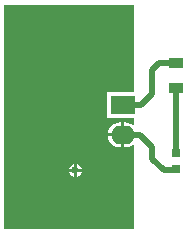
<source format=gbl>
G04*
G04 #@! TF.GenerationSoftware,Altium Limited,Altium Designer,23.2.1 (34)*
G04*
G04 Layer_Physical_Order=2*
G04 Layer_Color=16711680*
%FSLAX44Y44*%
%MOMM*%
G71*
G04*
G04 #@! TF.SameCoordinates,24DDFF3C-4E40-4798-BE0C-4FAAD596E1F0*
G04*
G04*
G04 #@! TF.FilePolarity,Positive*
G04*
G01*
G75*
%ADD13R,0.7000X0.7000*%
%ADD14R,1.2000X0.9000*%
%ADD19C,0.5000*%
%ADD20O,2.0000X1.6000*%
%ADD21R,2.0000X1.6000*%
%ADD22C,0.6000*%
G36*
X115000Y121400D02*
X92000D01*
Y99400D01*
X115000D01*
Y93748D01*
X113730Y93121D01*
X112316Y94207D01*
X109752Y95269D01*
X107000Y95631D01*
X106270D01*
Y85000D01*
Y74369D01*
X107000D01*
X109752Y74731D01*
X112316Y75793D01*
X113730Y76879D01*
X115000Y76252D01*
Y5000D01*
X5000D01*
Y195000D01*
X115000D01*
Y121400D01*
D02*
G37*
%LPC*%
G36*
X103730Y95631D02*
X103000D01*
X100248Y95269D01*
X97684Y94207D01*
X95483Y92517D01*
X93793Y90316D01*
X92731Y87752D01*
X92536Y86270D01*
X103730D01*
Y95631D01*
D02*
G37*
G36*
Y83730D02*
X92536D01*
X92731Y82248D01*
X93793Y79685D01*
X95483Y77483D01*
X97684Y75793D01*
X100248Y74731D01*
X103000Y74369D01*
X103730D01*
Y83730D01*
D02*
G37*
G36*
X66270Y60470D02*
Y56270D01*
X70470D01*
X69697Y58138D01*
X68138Y59697D01*
X66270Y60470D01*
D02*
G37*
G36*
X63730D02*
X61862Y59697D01*
X60303Y58138D01*
X59530Y56270D01*
X63730D01*
Y60470D01*
D02*
G37*
G36*
X70470Y53730D02*
X66270D01*
Y49530D01*
X68138Y50303D01*
X69697Y51862D01*
X70470Y53730D01*
D02*
G37*
G36*
X63730D02*
X59530D01*
X60303Y51862D01*
X61862Y50303D01*
X63730Y49530D01*
Y53730D01*
D02*
G37*
%LPD*%
D13*
X150000Y70000D02*
D03*
Y56000D02*
D03*
D14*
Y124500D02*
D03*
Y145500D02*
D03*
D19*
Y70000D02*
Y124500D01*
X140000Y55000D02*
X149000D01*
X150000Y56000D01*
X130000Y65000D02*
X140000Y55000D01*
X130000Y65000D02*
Y75000D01*
X120000Y85000D02*
X130000Y75000D01*
X105000Y85000D02*
X120000D01*
X130000Y140000D02*
X135500Y145500D01*
X150000D01*
X130000Y120000D02*
Y140000D01*
X120400Y110400D02*
X130000Y120000D01*
X105000Y110400D02*
X120400D01*
D20*
X105000Y85000D02*
D03*
D21*
Y110400D02*
D03*
D22*
X65000Y55000D02*
D03*
M02*

</source>
